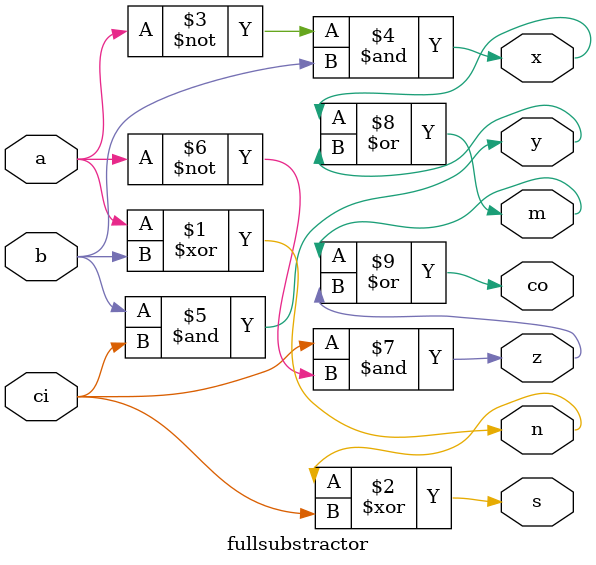
<source format=v>
module fullsubstractor(
	input a,b,ci,
	output s,co,x,y,z,m,n
	);
	xor(n,a,b);
	xor(s,n,ci);
	and(x,~a,b);
	and(y,b,ci);
	and(z,ci,~a);
	or(m,x,y);
	or(co,m,z);
	endmodule

</source>
